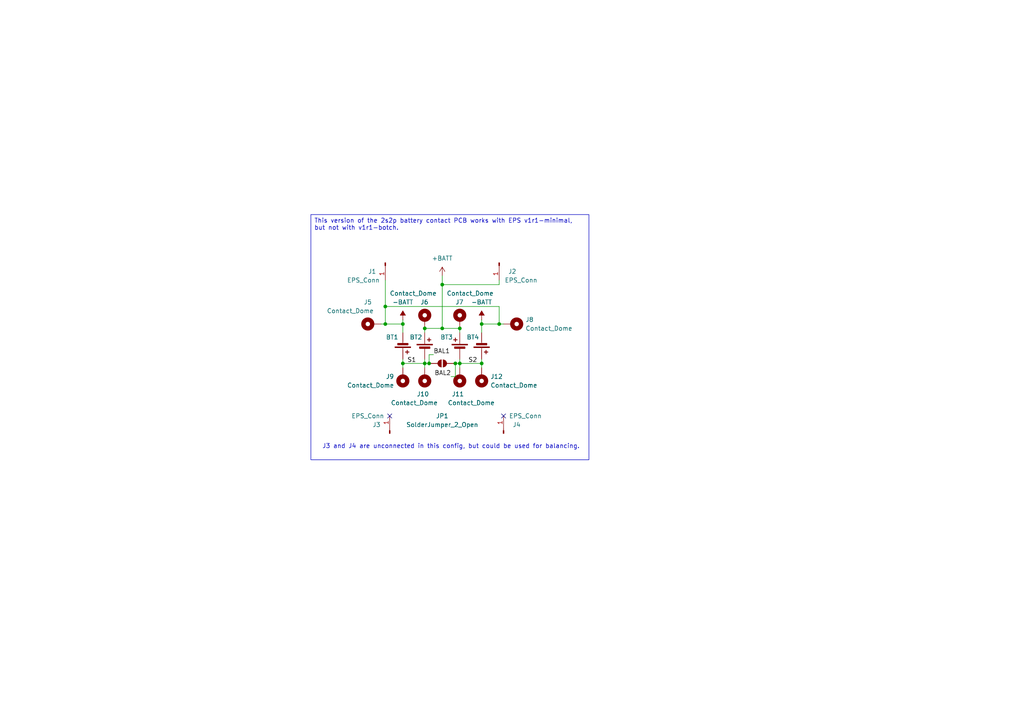
<source format=kicad_sch>
(kicad_sch (version 20231120) (generator "eeschema") (generator_version "8.0")
  (paper "A4")
  (title_block (title "bac EPS Battery Contact PCB 18650 2p2s  v1") (date "2025-03-18") (rev "2") (company "Build a CubeSat") (comment 1 "Manuel Imboden") (comment 2 "CC BY-SA 4.0") (comment 3 "https://buildacubesat.space"))
  (lib_symbols
    (symbol "Connector:Conn_01x01_Pin" (pin_names (offset 1.016) hide)
      (property "Reference" "J" (at 0 2.54 0))
      (property "Value" "Conn_01x01_Pin" (at 0 -2.54 0))
      (symbol "Conn_01x01_Pin_1_1"
        (polyline (pts (xy 1.27 0) (xy 0.8636 0)) (stroke (width 0.1524)))
        (rectangle (start 0.8636 0.127) (end 0 -0.127) (stroke (width 0.1524)) (fill (type outline)))
        (pin passive line (at 5.08 0 180) (length 3.81) (name "Pin_1") (number "1"))
      )
    )
    (symbol "Device:Battery_Cell" (pin_numbers hide) (pin_names (offset 0) hide)
      (property "Reference" "BT" (at 2.54 2.54 0))
      (property "Value" "Battery_Cell" (at 2.54 0 0))
      (symbol "Battery_Cell_0_1"
        (rectangle (start -2.286 1.778) (end 2.286 1.524) (fill (type outline)))
        (rectangle (start -1.524 1.016) (end 1.524 0.508) (fill (type outline)))
        (polyline (pts (xy 0 0.762) (xy 0 0)))
        (polyline (pts (xy 0 1.778) (xy 0 2.54)))
        (polyline (pts (xy 0.762 3.048) (xy 1.778 3.048)) (stroke (width 0.254)))
        (polyline (pts (xy 1.27 3.556) (xy 1.27 2.54)) (stroke (width 0.254)))
      )
      (symbol "Battery_Cell_1_1"
        (pin passive line (at 0 5.08 270) (length 2.54) (name "+") (number "1"))
        (pin passive line (at 0 -2.54 90) (length 2.54) (name "-") (number "2"))
      )
    )
    (symbol "Jumper:SolderJumper_2_Open" (pin_numbers hide) (pin_names (offset 0) hide) (exclude_from_sim yes) (in_bom no)
      (property "Reference" "JP" (at 0 2.032 0))
      (property "Value" "SolderJumper_2_Open" (at 0 -2.54 0))
      (symbol "SolderJumper_2_Open_0_1"
        (arc (start -0.254 1.016) (mid -1.2656 0) (end -0.254 -1.016))
        (arc (start -0.254 1.016) (mid -1.2656 0) (end -0.254 -1.016) (fill (type outline)))
        (polyline (pts (xy -0.254 1.016) (xy -0.254 -1.016)))
        (polyline (pts (xy 0.254 1.016) (xy 0.254 -1.016)))
        (arc (start 0.254 -1.016) (mid 1.2656 0) (end 0.254 1.016))
        (arc (start 0.254 -1.016) (mid 1.2656 0) (end 0.254 1.016) (fill (type outline)))
      )
      (symbol "SolderJumper_2_Open_1_1"
        (pin passive line (at -3.81 0 0) (length 2.54) (name "A") (number "1"))
        (pin passive line (at 3.81 0 180) (length 2.54) (name "B") (number "2"))
      )
    )
    (symbol "Mechanical:MountingHole_Pad" (pin_numbers hide) (pin_names (offset 1.016) hide) (exclude_from_sim yes) (in_bom no)
      (property "Reference" "H" (at 0 6.35 0))
      (property "Value" "MountingHole_Pad" (at 0 4.445 0))
      (symbol "MountingHole_Pad_0_1"
        (circle (center 0 1.27) (radius 1.27) (stroke (width 1.27)))
      )
      (symbol "MountingHole_Pad_1_1"
        (pin input line (at 0 -2.54 90) (length 2.54) (name "1") (number "1"))
      )
    )
    (symbol "power:+BATT" (power) (pin_numbers hide) (pin_names (offset 0) hide)
      (property "Value" "+BATT" (at 0 3.556 0))
      (symbol "+BATT_0_1"
        (polyline (pts (xy -0.762 1.27) (xy 0 2.54)))
        (polyline (pts (xy 0 0) (xy 0 2.54)))
        (polyline (pts (xy 0 2.54) (xy 0.762 1.27)))
      )
      (symbol "+BATT_1_1"
        (pin power_in line (at 0 0 90) (length 0) (name "~") (number "1"))
      )
    )
    (symbol "power:-BATT" (power) (pin_numbers hide) (pin_names (offset 0) hide)
      (property "Value" "-BATT" (at 0 3.556 0))
      (symbol "-BATT_0_1"
        (polyline (pts (xy 0 0) (xy 0 2.54)))
        (polyline (pts (xy 0.762 1.27) (xy -0.762 1.27) (xy 0 2.54) (xy 0.762 1.27)) (fill (type outline)))
      )
      (symbol "-BATT_1_1"
        (pin power_in line (at 0 0 90) (length 0) (name "~") (number "1"))
      )
    )
  )
  (junction (at 144.78 93.98))
  (junction (at 132.08 105.41))
  (junction (at 139.7 105.41))
  (junction (at 124.46 105.41))
  (junction (at 133.35 95.25))
  (junction (at 123.19 105.41))
  (junction (at 111.76 88.9))
  (junction (at 116.84 105.41))
  (junction (at 128.27 82.55))
  (junction (at 139.7 93.98))
  (junction (at 111.76 93.98))
  (junction (at 123.19 95.25))
  (junction (at 128.27 95.25))
  (junction (at 116.84 93.98))
  (junction (at 133.35 105.41))
  (no_connect (at 146.05 120.65))
  (no_connect (at 113.03 120.65))
  (wire (pts (xy 133.35 95.25) (xy 133.35 96.52)))
  (wire (pts (xy 111.76 93.98) (xy 116.84 93.98)))
  (wire (pts (xy 144.78 88.9) (xy 111.76 88.9)))
  (wire (pts (xy 128.27 95.25) (xy 133.35 95.25)))
  (wire (pts (xy 128.27 82.55) (xy 144.78 82.55)))
  (wire (pts (xy 139.7 93.98) (xy 144.78 93.98)))
  (wire (pts (xy 110.49 93.98) (xy 111.76 93.98)))
  (wire (pts (xy 116.84 105.41) (xy 123.19 105.41)))
  (wire (pts (xy 139.7 106.68) (xy 139.7 105.41)))
  (wire (pts (xy 132.08 105.41) (xy 132.08 109.22)))
  (wire (pts (xy 128.27 82.55) (xy 128.27 95.25)))
  (wire (pts (xy 144.78 93.98) (xy 144.78 88.9)))
  (wire (pts (xy 116.84 93.98) (xy 116.84 96.52)))
  (wire (pts (xy 133.35 105.41) (xy 139.7 105.41)))
  (wire (pts (xy 111.76 81.28) (xy 111.76 88.9)))
  (wire (pts (xy 116.84 92.71) (xy 116.84 93.98)))
  (wire (pts (xy 124.46 102.87) (xy 124.46 105.41)))
  (wire (pts (xy 111.76 88.9) (xy 111.76 93.98)))
  (wire (pts (xy 132.08 109.22) (xy 130.81 109.22)))
  (wire (pts (xy 139.7 105.41) (xy 139.7 104.14)))
  (wire (pts (xy 144.78 93.98) (xy 146.05 93.98)))
  (wire (pts (xy 139.7 93.98) (xy 139.7 96.52)))
  (wire (pts (xy 123.19 95.25) (xy 123.19 96.52)))
  (wire (pts (xy 123.19 106.68) (xy 123.19 105.41)))
  (wire (pts (xy 132.08 105.41) (xy 133.35 105.41)))
  (wire (pts (xy 123.19 95.25) (xy 128.27 95.25)))
  (wire (pts (xy 123.19 105.41) (xy 123.19 104.14)))
  (wire (pts (xy 139.7 92.71) (xy 139.7 93.98)))
  (wire (pts (xy 144.78 81.28) (xy 144.78 82.55)))
  (wire (pts (xy 133.35 106.68) (xy 133.35 105.41)))
  (wire (pts (xy 133.35 105.41) (xy 133.35 104.14)))
  (wire (pts (xy 116.84 105.41) (xy 116.84 104.14)))
  (wire (pts (xy 125.73 102.87) (xy 124.46 102.87)))
  (wire (pts (xy 128.27 80.01) (xy 128.27 82.55)))
  (wire (pts (xy 116.84 106.68) (xy 116.84 105.41)))
  (wire (pts (xy 123.19 105.41) (xy 124.46 105.41)))
  (text_box "This version of the 2s2p battery contact PCB works with EPS v1r1-minimal,\nbut not with v1r1-botch." (at 90.17 62.23 0) (size 80.645 71.12) (effects (font (size 1.27 1.27)) (justify left top)))
  (text "J3 and J4 are unconnected in this config, but could be used for balancing." (at 130.81 129.54 0) (effects (font (size 1.27 1.27))))
  (label "S1" (at 118.11 105.41 0))
  (label "BAL1" (at 125.73 102.87 0))
  (label "BAL2" (at 130.81 109.22 180))
  (label "S2" (at 138.43 105.41 180))
  (symbol (lib_id "Connector:Conn_01x01_Pin") (at 144.78 76.2 90) (mirror x) (unit 1)
    (property "Reference" "J2" (at 148.59 78.74 90))
    (property "Value" "EPS_Conn" (at 151.13 81.28 90))
    (property "Footprint" "bac EPS v1:bac-eps-v1-battery-contact-pin-panelized" (effects (hide yes)))
    (property "Description" "Generic connector, single row, 01x01, script generated" (effects (hide yes)))
  )
  (symbol (lib_id "Device:Battery_Cell") (at 123.19 101.6 0) (unit 1) (exclude_from_sim yes) (in_bom no) (on_board no)
    (property "Reference" "BT2" (at 120.65 97.79 0))
    (property "Value" "Battery_Cell" (effects (hide yes)))
    (property "Description" "Single-cell battery" (effects (hide yes)))
  )
  (symbol (lib_id "power:-BATT") (at 116.84 92.71 0) (unit 1)
    (property "Reference" "#PWR1" (effects (hide yes)))
    (property "Value" "-BATT" (at 116.84 87.63 0))
    (property "Description" "Power symbol creates a global label with name \"-BATT\"" (effects (hide yes)))
  )
  (symbol (lib_id "Mechanical:MountingHole_Pad") (at 123.19 92.71 0) (unit 1) (exclude_from_sim yes) (in_bom no)
    (property "Reference" "J6" (at 121.92 87.63 0) (effects (justify left)))
    (property "Value" "Contact_Dome" (at 113.03 85.09 0) (effects (justify left)))
    (property "Footprint" "bac EPS v1:Snaptron-FB07" (effects (hide yes)))
    (property "Description" "Mounting Hole with connection" (effects (hide yes)))
  )
  (symbol (lib_id "Device:Battery_Cell") (at 116.84 99.06 0) (mirror x) (unit 1) (exclude_from_sim yes) (in_bom no) (on_board no)
    (property "Reference" "BT1" (at 115.57 97.79 0) (effects (justify right)))
    (property "Value" "Battery_Cell" (effects (hide yes)))
    (property "Description" "Single-cell battery" (effects (hide yes)))
  )
  (symbol (lib_id "power:-BATT") (at 139.7 92.71 0) (unit 1)
    (property "Reference" "#PWR3" (effects (hide yes)))
    (property "Value" "-BATT" (at 139.7 87.63 0))
    (property "Description" "Power symbol creates a global label with name \"-BATT\"" (effects (hide yes)))
  )
  (symbol (lib_id "Connector:Conn_01x01_Pin") (at 113.03 125.73 270) (mirror x) (unit 1) (on_board no)
    (property "Reference" "J3" (at 109.22 123.19 90))
    (property "Value" "EPS_Conn" (at 106.68 120.65 90))
    (property "Footprint" "bac EPS v1:bac-eps-v1-battery-contact-pin" (effects (hide yes)))
    (property "Description" "Generic connector, single row, 01x01, script generated" (effects (hide yes)))
  )
  (symbol (lib_id "Mechanical:MountingHole_Pad") (at 133.35 109.22 0) (mirror x) (unit 1) (exclude_from_sim yes) (in_bom no)
    (property "Reference" "J11" (at 134.62 114.3 0) (effects (justify right)))
    (property "Value" "Contact_Dome" (at 143.51 116.84 0) (effects (justify right)))
    (property "Footprint" "bac EPS v1:Snaptron-FB07" (effects (hide yes)))
    (property "Description" "Mounting Hole with connection" (effects (hide yes)))
  )
  (symbol (lib_id "Mechanical:MountingHole_Pad") (at 107.95 93.98 90) (unit 1) (exclude_from_sim yes) (in_bom no)
    (property "Reference" "J5" (at 106.68 87.63 90))
    (property "Value" "Contact_Dome" (at 101.6 90.17 90))
    (property "Footprint" "bac EPS v1:Snaptron-FB07" (effects (hide yes)))
    (property "Description" "Mounting Hole with connection" (effects (hide yes)))
  )
  (symbol (lib_id "Mechanical:MountingHole_Pad") (at 116.84 109.22 0) (mirror x) (unit 1) (exclude_from_sim yes) (in_bom no)
    (property "Reference" "J9" (at 114.3 109.2199 0) (effects (justify right)))
    (property "Value" "Contact_Dome" (at 114.3 111.7599 0) (effects (justify right)))
    (property "Footprint" "bac EPS v1:Snaptron-FB07" (effects (hide yes)))
    (property "Description" "Mounting Hole with connection" (effects (hide yes)))
  )
  (symbol (lib_id "Connector:Conn_01x01_Pin") (at 111.76 76.2 270) (unit 1)
    (property "Reference" "J1" (at 107.95 78.74 90))
    (property "Value" "EPS_Conn" (at 105.41 81.28 90))
    (property "Footprint" "bac EPS v1:bac-eps-v1-battery-contact-pin-panelized" (effects (hide yes)))
    (property "Description" "Generic connector, single row, 01x01, script generated" (effects (hide yes)))
  )
  (symbol (lib_id "Mechanical:MountingHole_Pad") (at 139.7 109.22 180) (unit 1) (exclude_from_sim yes) (in_bom no)
    (property "Reference" "J12" (at 142.24 109.2199 0) (effects (justify right)))
    (property "Value" "Contact_Dome" (at 142.24 111.7599 0) (effects (justify right)))
    (property "Footprint" "bac EPS v1:Snaptron-FB07" (effects (hide yes)))
    (property "Description" "Mounting Hole with connection" (effects (hide yes)))
  )
  (symbol (lib_id "Device:Battery_Cell") (at 133.35 101.6 0) (mirror y) (unit 1) (exclude_from_sim yes) (in_bom no) (on_board no)
    (property "Reference" "BT3" (at 129.54 97.79 0))
    (property "Value" "Battery_Cell" (effects (hide yes)))
    (property "Description" "Single-cell battery" (effects (hide yes)))
  )
  (symbol (lib_id "power:+BATT") (at 128.27 80.01 0) (unit 1)
    (property "Reference" "#PWR2" (effects (hide yes)))
    (property "Value" "+BATT" (at 128.27 74.93 0))
    (property "Description" "Power symbol creates a global label with name \"+BATT\"" (effects (hide yes)))
  )
  (symbol (lib_id "Mechanical:MountingHole_Pad") (at 123.19 109.22 0) (mirror x) (unit 1) (exclude_from_sim yes) (in_bom no)
    (property "Reference" "J10" (at 124.46 114.3 0) (effects (justify right)))
    (property "Value" "Contact_Dome" (at 127 116.84 0) (effects (justify right)))
    (property "Footprint" "bac EPS v1:Snaptron-FB07" (effects (hide yes)))
    (property "Description" "Mounting Hole with connection" (effects (hide yes)))
  )
  (symbol (lib_id "Device:Battery_Cell") (at 139.7 99.06 0) (mirror x) (unit 1) (exclude_from_sim yes) (in_bom no) (on_board no)
    (property "Reference" "BT4" (at 137.16 97.79 0))
    (property "Value" "Battery_Cell" (effects (hide yes)))
    (property "Description" "Single-cell battery" (effects (hide yes)))
  )
  (symbol (lib_id "Mechanical:MountingHole_Pad") (at 148.59 93.98 270) (unit 1) (exclude_from_sim yes) (in_bom no)
    (property "Reference" "J8" (at 152.4 92.7099 90) (effects (justify left)))
    (property "Value" "Contact_Dome" (at 152.4 95.2499 90) (effects (justify left)))
    (property "Footprint" "bac EPS v1:Snaptron-FB07" (effects (hide yes)))
    (property "Description" "Mounting Hole with connection" (effects (hide yes)))
  )
  (symbol (lib_id "Mechanical:MountingHole_Pad") (at 133.35 92.71 0) (unit 1) (exclude_from_sim yes) (in_bom no)
    (property "Reference" "J7" (at 132.08 87.63 0) (effects (justify left)))
    (property "Value" "Contact_Dome" (at 129.54 85.09 0) (effects (justify left)))
    (property "Footprint" "bac EPS v1:Snaptron-FB07" (effects (hide yes)))
    (property "Description" "Mounting Hole with connection" (effects (hide yes)))
  )
  (symbol (lib_id "Jumper:SolderJumper_2_Open") (at 128.27 105.41 0) (unit 1) (exclude_from_sim yes) (in_bom no)
    (property "Reference" "JP1" (at 128.27 120.65 0))
    (property "Value" "SolderJumper_2_Open" (at 128.27 123.19 0))
    (property "Footprint" "Jumper:SolderJumper-2_P1.3mm_Open_RoundedPad1.0x1.5mm" (effects (hide yes)))
    (property "Description" "Solder Jumper, 2-pole, open" (effects (hide yes)))
  )
  (symbol (lib_id "Connector:Conn_01x01_Pin") (at 146.05 125.73 90) (unit 1) (on_board no)
    (property "Reference" "J4" (at 149.86 123.19 90))
    (property "Value" "EPS_Conn" (at 152.4 120.65 90))
    (property "Footprint" "bac EPS v1:bac-eps-v1-battery-contact-pin" (effects (hide yes)))
    (property "Description" "Generic connector, single row, 01x01, script generated" (effects (hide yes)))
  )
)
</source>
